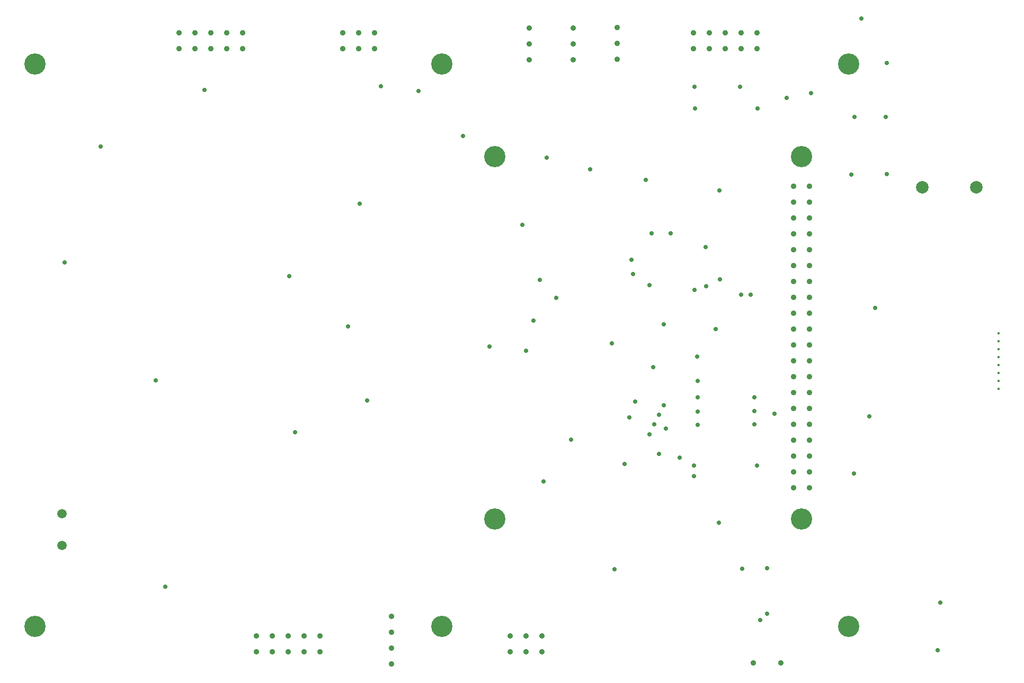
<source format=gbr>
%FSDAX33Y33*%
%MOMM*%
%SFA1B1*%

%IPPOS*%
%ADD9500C,0.399999*%
%ADD9501C,0.711200*%
%ADD9502C,0.900001*%
%ADD9503C,1.500000*%
%ADD9504C,2.000001*%
%ADD9505C,3.400001*%
%LNdrill-1*%
%LPD*%
G54D9505*
X006999Y012000D03*
Y101999D03*
G54D9503*
X011299Y024959D03*
Y030039D03*
G54D9502*
X029999Y104459D03*
Y106999D03*
X032539Y104459D03*
Y106999D03*
X035079Y104459D03*
Y106999D03*
X037619Y104459D03*
Y106999D03*
X040159Y104459D03*
Y106999D03*
X042379Y007999D03*
Y010539D03*
X044919Y007999D03*
Y010539D03*
X047459Y007999D03*
Y010539D03*
X049999Y007999D03*
Y010539D03*
X052539Y007999D03*
Y010539D03*
X056169Y104499D03*
Y107039D03*
X058709Y104499D03*
Y107039D03*
X061249Y104499D03*
Y107039D03*
X063999Y006019D03*
Y008559D03*
Y011099D03*
Y013639D03*
G54D9505*
X071999Y012000D03*
Y101999D03*
X080499Y029249D03*
Y087249D03*
G54D9502*
X082919Y007999D03*
Y010539D03*
X085459Y007999D03*
Y010539D03*
X085999Y102709D03*
Y105249D03*
Y107789D03*
X087999Y007999D03*
Y010539D03*
X092999Y102709D03*
Y105249D03*
Y107789D03*
X099999Y102749D03*
Y105289D03*
Y107829D03*
X112209Y104459D03*
Y106999D03*
X114749Y104459D03*
Y106999D03*
X117289Y104459D03*
Y106999D03*
X119829Y104459D03*
Y106999D03*
X121799Y006150D03*
X122369Y104459D03*
Y106999D03*
X126200Y006150D03*
X128209Y034169D03*
Y036709D03*
Y039249D03*
Y041789D03*
Y044329D03*
Y046869D03*
Y049409D03*
Y051949D03*
Y054489D03*
Y057029D03*
Y059569D03*
Y062109D03*
Y064649D03*
Y067189D03*
Y069729D03*
Y072269D03*
Y074809D03*
Y077349D03*
Y079889D03*
Y082429D03*
G54D9505*
X129499Y029249D03*
Y087249D03*
G54D9502*
X130749Y034169D03*
Y036709D03*
Y039249D03*
Y041789D03*
Y044329D03*
Y046869D03*
Y049409D03*
Y051949D03*
Y054489D03*
Y057029D03*
Y059569D03*
Y062109D03*
Y064649D03*
Y067189D03*
Y069729D03*
Y072269D03*
Y074809D03*
Y077349D03*
Y079889D03*
Y082429D03*
G54D9505*
X136999Y012000D03*
Y101999D03*
G54D9504*
X148807Y082258D03*
X157443D03*
G54D9500*
X160999Y050000D03*
Y051270D03*
Y052540D03*
Y053810D03*
Y055080D03*
Y056350D03*
Y057620D03*
Y058890D03*
G54D9501*
X011699Y070299D03*
X017499Y088800D03*
X026299Y051399D03*
X027799Y018399D03*
X034099Y097899D03*
X047599Y068099D03*
X048599Y043099D03*
X056999Y059999D03*
X058899Y079699D03*
X060099Y048199D03*
X062299Y098499D03*
X068299Y097699D03*
X075399Y090499D03*
X079599Y056799D03*
X084899Y076299D03*
X085499Y056099D03*
X086699Y060999D03*
X087699Y067499D03*
X088300Y035199D03*
X088800Y086999D03*
X090299Y064599D03*
X092699Y041899D03*
X095699Y085199D03*
X099199Y057299D03*
X099599Y021199D03*
X101200Y038000D03*
X101999Y045499D03*
X102299Y070699D03*
X102599Y068399D03*
X102899Y047999D03*
X104599Y083499D03*
X105199Y042799D03*
Y066599D03*
X105499Y074899D03*
X105799Y053499D03*
X105999Y044399D03*
X106699Y045899D03*
X106699Y039599D03*
X107499Y047399D03*
Y060399D03*
X107799Y043699D03*
X108599Y074899D03*
X109999Y038999D03*
X112299Y036099D03*
Y037800D03*
X112394Y065894D03*
X112399Y098399D03*
X112449Y094950D03*
X112799Y055199D03*
X112899Y044299D03*
Y046399D03*
Y048699D03*
Y051299D03*
X114200Y072699D03*
X114299Y066499D03*
X115749Y059649D03*
X116299Y028599D03*
X116399Y081799D03*
X116499Y067599D03*
X119699Y098399D03*
X119855Y065099D03*
X119999Y021249D03*
X121379Y065099D03*
X121999Y044399D03*
Y046499D03*
Y048699D03*
X122399Y037800D03*
X122449Y094950D03*
X122922Y013022D03*
X123999Y014099D03*
Y021299D03*
X125199Y046099D03*
X127149Y096649D03*
X130999Y097399D03*
X137499Y084299D03*
X137899Y036499D03*
X137999Y093599D03*
X139100Y109299D03*
X140299Y045599D03*
X141299Y063000D03*
X142999Y093599D03*
X143099Y084399D03*
Y102199D03*
X151249Y008249D03*
X151699Y015799D03*
M02*
</source>
